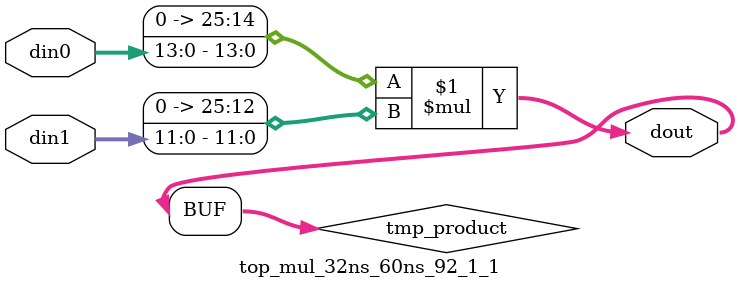
<source format=v>

`timescale 1 ns / 1 ps

  module top_mul_32ns_60ns_92_1_1(din0, din1, dout);
parameter ID = 1;
parameter NUM_STAGE = 0;
parameter din0_WIDTH = 14;
parameter din1_WIDTH = 12;
parameter dout_WIDTH = 26;

input [din0_WIDTH - 1 : 0] din0; 
input [din1_WIDTH - 1 : 0] din1; 
output [dout_WIDTH - 1 : 0] dout;

wire signed [dout_WIDTH - 1 : 0] tmp_product;










assign tmp_product = $signed({1'b0, din0}) * $signed({1'b0, din1});











assign dout = tmp_product;







endmodule

</source>
